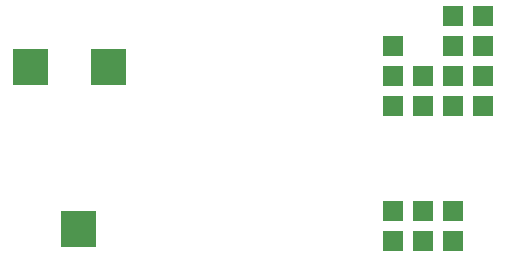
<source format=gbr>
G04 #@! TF.GenerationSoftware,KiCad,Pcbnew,(5.1.5)-3*
G04 #@! TF.CreationDate,2020-02-17T19:32:57-05:00*
G04 #@! TF.ProjectId,PicoTrackerWSPR1Rev6,5069636f-5472-4616-936b-657257535052,rev?*
G04 #@! TF.SameCoordinates,Original*
G04 #@! TF.FileFunction,Soldermask,Bot*
G04 #@! TF.FilePolarity,Negative*
%FSLAX46Y46*%
G04 Gerber Fmt 4.6, Leading zero omitted, Abs format (unit mm)*
G04 Created by KiCad (PCBNEW (5.1.5)-3) date 2020-02-17 19:32:57*
%MOMM*%
%LPD*%
G04 APERTURE LIST*
%ADD10C,0.100000*%
G04 APERTURE END LIST*
D10*
G36*
X128421500Y-88607000D02*
G01*
X126721500Y-88607000D01*
X126721500Y-86907000D01*
X128421500Y-86907000D01*
X128421500Y-88607000D01*
G37*
G36*
X133501500Y-88607000D02*
G01*
X131801500Y-88607000D01*
X131801500Y-86907000D01*
X133501500Y-86907000D01*
X133501500Y-88607000D01*
G37*
G36*
X130961500Y-88607000D02*
G01*
X129261500Y-88607000D01*
X129261500Y-86907000D01*
X130961500Y-86907000D01*
X130961500Y-88607000D01*
G37*
G36*
X102401500Y-88241000D02*
G01*
X99401500Y-88241000D01*
X99401500Y-85241000D01*
X102401500Y-85241000D01*
X102401500Y-88241000D01*
G37*
G36*
X128421500Y-86067000D02*
G01*
X126721500Y-86067000D01*
X126721500Y-84367000D01*
X128421500Y-84367000D01*
X128421500Y-86067000D01*
G37*
G36*
X130961500Y-86067000D02*
G01*
X129261500Y-86067000D01*
X129261500Y-84367000D01*
X130961500Y-84367000D01*
X130961500Y-86067000D01*
G37*
G36*
X133501500Y-86067000D02*
G01*
X131801500Y-86067000D01*
X131801500Y-84367000D01*
X133501500Y-84367000D01*
X133501500Y-86067000D01*
G37*
G36*
X133501500Y-77177000D02*
G01*
X131801500Y-77177000D01*
X131801500Y-75477000D01*
X133501500Y-75477000D01*
X133501500Y-77177000D01*
G37*
G36*
X136041500Y-77177000D02*
G01*
X134341500Y-77177000D01*
X134341500Y-75477000D01*
X136041500Y-75477000D01*
X136041500Y-77177000D01*
G37*
G36*
X130961500Y-77177000D02*
G01*
X129261500Y-77177000D01*
X129261500Y-75477000D01*
X130961500Y-75477000D01*
X130961500Y-77177000D01*
G37*
G36*
X128421500Y-77177000D02*
G01*
X126721500Y-77177000D01*
X126721500Y-75477000D01*
X128421500Y-75477000D01*
X128421500Y-77177000D01*
G37*
G36*
X133501500Y-74637000D02*
G01*
X131801500Y-74637000D01*
X131801500Y-72937000D01*
X133501500Y-72937000D01*
X133501500Y-74637000D01*
G37*
G36*
X128421500Y-74637000D02*
G01*
X126721500Y-74637000D01*
X126721500Y-72937000D01*
X128421500Y-72937000D01*
X128421500Y-74637000D01*
G37*
G36*
X136041500Y-74637000D02*
G01*
X134341500Y-74637000D01*
X134341500Y-72937000D01*
X136041500Y-72937000D01*
X136041500Y-74637000D01*
G37*
G36*
X130961500Y-74637000D02*
G01*
X129261500Y-74637000D01*
X129261500Y-72937000D01*
X130961500Y-72937000D01*
X130961500Y-74637000D01*
G37*
G36*
X98337500Y-74525000D02*
G01*
X95337500Y-74525000D01*
X95337500Y-71525000D01*
X98337500Y-71525000D01*
X98337500Y-74525000D01*
G37*
G36*
X104941500Y-74525000D02*
G01*
X101941500Y-74525000D01*
X101941500Y-71525000D01*
X104941500Y-71525000D01*
X104941500Y-74525000D01*
G37*
G36*
X128421500Y-72097000D02*
G01*
X126721500Y-72097000D01*
X126721500Y-70397000D01*
X128421500Y-70397000D01*
X128421500Y-72097000D01*
G37*
G36*
X133501500Y-72097000D02*
G01*
X131801500Y-72097000D01*
X131801500Y-70397000D01*
X133501500Y-70397000D01*
X133501500Y-72097000D01*
G37*
G36*
X136041500Y-72097000D02*
G01*
X134341500Y-72097000D01*
X134341500Y-70397000D01*
X136041500Y-70397000D01*
X136041500Y-72097000D01*
G37*
G36*
X136041500Y-69557000D02*
G01*
X134341500Y-69557000D01*
X134341500Y-67857000D01*
X136041500Y-67857000D01*
X136041500Y-69557000D01*
G37*
G36*
X133501500Y-69557000D02*
G01*
X131801500Y-69557000D01*
X131801500Y-67857000D01*
X133501500Y-67857000D01*
X133501500Y-69557000D01*
G37*
M02*

</source>
